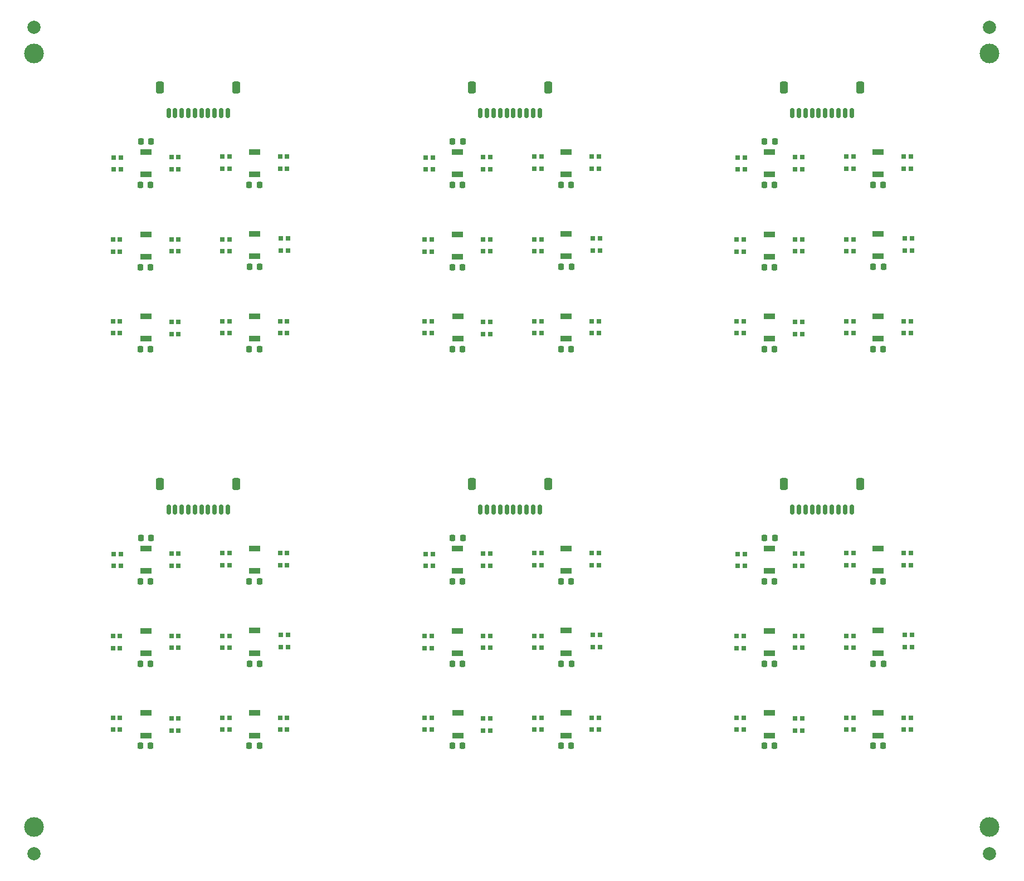
<source format=gtp>
G04 #@! TF.GenerationSoftware,KiCad,Pcbnew,6.0.0-d3dd2cf0fa~116~ubuntu20.04.1*
G04 #@! TF.CreationDate,2023-02-13T12:44:03+00:00*
G04 #@! TF.ProjectId,pixel-pump-ui-board-panel,70697865-6c2d-4707-956d-702d75692d62,rev?*
G04 #@! TF.SameCoordinates,Original*
G04 #@! TF.FileFunction,Paste,Top*
G04 #@! TF.FilePolarity,Positive*
%FSLAX46Y46*%
G04 Gerber Fmt 4.6, Leading zero omitted, Abs format (unit mm)*
G04 Created by KiCad (PCBNEW 6.0.0-d3dd2cf0fa~116~ubuntu20.04.1) date 2023-02-13 12:44:03*
%MOMM*%
%LPD*%
G01*
G04 APERTURE LIST*
G04 Aperture macros list*
%AMRoundRect*
0 Rectangle with rounded corners*
0 $1 Rounding radius*
0 $2 $3 $4 $5 $6 $7 $8 $9 X,Y pos of 4 corners*
0 Add a 4 corners polygon primitive as box body*
4,1,4,$2,$3,$4,$5,$6,$7,$8,$9,$2,$3,0*
0 Add four circle primitives for the rounded corners*
1,1,$1+$1,$2,$3*
1,1,$1+$1,$4,$5*
1,1,$1+$1,$6,$7*
1,1,$1+$1,$8,$9*
0 Add four rect primitives between the rounded corners*
20,1,$1+$1,$2,$3,$4,$5,0*
20,1,$1+$1,$4,$5,$6,$7,0*
20,1,$1+$1,$6,$7,$8,$9,0*
20,1,$1+$1,$8,$9,$2,$3,0*%
G04 Aperture macros list end*
%ADD10RoundRect,0.225000X-0.225000X-0.250000X0.225000X-0.250000X0.225000X0.250000X-0.225000X0.250000X0*%
%ADD11R,0.700000X0.700000*%
%ADD12R,1.700000X0.900000*%
%ADD13C,3.000000*%
%ADD14RoundRect,0.150000X0.150000X0.625000X-0.150000X0.625000X-0.150000X-0.625000X0.150000X-0.625000X0*%
%ADD15RoundRect,0.250000X0.350000X0.650000X-0.350000X0.650000X-0.350000X-0.650000X0.350000X-0.650000X0*%
%ADD16C,2.000000*%
G04 APERTURE END LIST*
D10*
G04 #@! TO.C,C7*
X114985400Y-80629751D03*
X116535400Y-80629751D03*
G04 #@! TD*
D11*
G04 #@! TO.C,U7*
X127377000Y-24470555D03*
X128477000Y-24470555D03*
X128477000Y-22640555D03*
X127377000Y-22640555D03*
G04 #@! TD*
G04 #@! TO.C,U6*
X72230000Y-109916551D03*
X73330000Y-109916551D03*
X73330000Y-108086551D03*
X72230000Y-108086551D03*
G04 #@! TD*
D12*
G04 #@! TO.C,SW1*
X68335000Y-25331755D03*
X68335000Y-21931755D03*
G04 #@! TD*
D10*
G04 #@! TO.C,C6*
X67534600Y-112252751D03*
X69084600Y-112252751D03*
G04 #@! TD*
D13*
G04 #@! TO.C,REF\u002A\u002A*
X4000000Y-7000000D03*
G04 #@! TD*
D10*
G04 #@! TO.C,C6*
X20134600Y-112252751D03*
X21684600Y-112252751D03*
G04 #@! TD*
D11*
G04 #@! TO.C,U10*
X41340000Y-84770551D03*
X42440000Y-84770551D03*
X42440000Y-82940551D03*
X41340000Y-82940551D03*
G04 #@! TD*
D10*
G04 #@! TO.C,C4*
X114934600Y-99781351D03*
X116484600Y-99781351D03*
G04 #@! TD*
D12*
G04 #@! TO.C,SW2*
X20935000Y-37853955D03*
X20935000Y-34453955D03*
G04 #@! TD*
G04 #@! TO.C,SW2*
X20935000Y-98153951D03*
X20935000Y-94753951D03*
G04 #@! TD*
G04 #@! TO.C,SW6*
X37445000Y-37828555D03*
X37445000Y-34428555D03*
G04 #@! TD*
D13*
G04 #@! TO.C,REF\u002A\u002A*
X4000000Y-124599990D03*
G04 #@! TD*
D11*
G04 #@! TO.C,U9*
X32577000Y-49489555D03*
X33677000Y-49489555D03*
X33677000Y-47659555D03*
X32577000Y-47659555D03*
G04 #@! TD*
G04 #@! TO.C,U5*
X119630000Y-37043555D03*
X120730000Y-37043555D03*
X120730000Y-35213555D03*
X119630000Y-35213555D03*
G04 #@! TD*
D12*
G04 #@! TO.C,SW4*
X132245000Y-110650751D03*
X132245000Y-107250751D03*
G04 #@! TD*
D11*
G04 #@! TO.C,U12*
X136140000Y-49489555D03*
X137240000Y-49489555D03*
X137240000Y-47659555D03*
X136140000Y-47659555D03*
G04 #@! TD*
D10*
G04 #@! TO.C,C7*
X20185400Y-80629751D03*
X21735400Y-80629751D03*
G04 #@! TD*
D11*
G04 #@! TO.C,U6*
X24830000Y-109916551D03*
X25930000Y-109916551D03*
X25930000Y-108086551D03*
X24830000Y-108086551D03*
G04 #@! TD*
G04 #@! TO.C,U2*
X110740000Y-37081077D03*
X111840000Y-37081077D03*
X111840000Y-35251077D03*
X110740000Y-35251077D03*
G04 #@! TD*
D12*
G04 #@! TO.C,SW4*
X37445000Y-50350755D03*
X37445000Y-46950755D03*
G04 #@! TD*
G04 #@! TO.C,SW6*
X37445000Y-98128551D03*
X37445000Y-94728551D03*
G04 #@! TD*
G04 #@! TO.C,SW5*
X37445000Y-25357155D03*
X37445000Y-21957155D03*
G04 #@! TD*
D10*
G04 #@! TO.C,C7*
X114985400Y-20329755D03*
X116535400Y-20329755D03*
G04 #@! TD*
G04 #@! TO.C,C3*
X36670000Y-87259151D03*
X38220000Y-87259151D03*
G04 #@! TD*
D11*
G04 #@! TO.C,U8*
X32577000Y-97343551D03*
X33677000Y-97343551D03*
X33677000Y-95513551D03*
X32577000Y-95513551D03*
G04 #@! TD*
G04 #@! TO.C,U8*
X127377000Y-37043555D03*
X128477000Y-37043555D03*
X128477000Y-35213555D03*
X127377000Y-35213555D03*
G04 #@! TD*
G04 #@! TO.C,U12*
X41340000Y-49489555D03*
X42440000Y-49489555D03*
X42440000Y-47659555D03*
X41340000Y-47659555D03*
G04 #@! TD*
D10*
G04 #@! TO.C,C3*
X131470000Y-87259151D03*
X133020000Y-87259151D03*
G04 #@! TD*
D11*
G04 #@! TO.C,U9*
X127377000Y-109789551D03*
X128477000Y-109789551D03*
X128477000Y-107959551D03*
X127377000Y-107959551D03*
G04 #@! TD*
D10*
G04 #@! TO.C,C1*
X131495400Y-39430555D03*
X133045400Y-39430555D03*
G04 #@! TD*
D12*
G04 #@! TO.C,SW6*
X84845000Y-37828555D03*
X84845000Y-34428555D03*
G04 #@! TD*
D11*
G04 #@! TO.C,U9*
X79977000Y-49489555D03*
X81077000Y-49489555D03*
X81077000Y-47659555D03*
X79977000Y-47659555D03*
G04 #@! TD*
D10*
G04 #@! TO.C,C5*
X36670000Y-112252751D03*
X38220000Y-112252751D03*
G04 #@! TD*
D11*
G04 #@! TO.C,U5*
X24830000Y-97343551D03*
X25930000Y-97343551D03*
X25930000Y-95513551D03*
X24830000Y-95513551D03*
G04 #@! TD*
D10*
G04 #@! TO.C,C2*
X67534600Y-87233751D03*
X69084600Y-87233751D03*
G04 #@! TD*
D14*
G04 #@! TO.C,J1*
X128210600Y-16030555D03*
X127210600Y-16030555D03*
X126210600Y-16030555D03*
X125210600Y-16030555D03*
X124210600Y-16030555D03*
X123210600Y-16030555D03*
X122210600Y-16030555D03*
X121210600Y-16030555D03*
X120210600Y-16030555D03*
X119210600Y-16030555D03*
D15*
X129510600Y-12155555D03*
X117910600Y-12155555D03*
G04 #@! TD*
D11*
G04 #@! TO.C,U5*
X24830000Y-37043555D03*
X25930000Y-37043555D03*
X25930000Y-35213555D03*
X24830000Y-35213555D03*
G04 #@! TD*
G04 #@! TO.C,U1*
X63467000Y-84897551D03*
X64567000Y-84897551D03*
X64567000Y-83067551D03*
X63467000Y-83067551D03*
G04 #@! TD*
D10*
G04 #@! TO.C,C6*
X114934600Y-51952755D03*
X116484600Y-51952755D03*
G04 #@! TD*
D12*
G04 #@! TO.C,SW1*
X20935000Y-25331755D03*
X20935000Y-21931755D03*
G04 #@! TD*
D11*
G04 #@! TO.C,U1*
X110867000Y-24597555D03*
X111967000Y-24597555D03*
X111967000Y-22767555D03*
X110867000Y-22767555D03*
G04 #@! TD*
G04 #@! TO.C,U3*
X63340000Y-109789551D03*
X64440000Y-109789551D03*
X64440000Y-107959551D03*
X63340000Y-107959551D03*
G04 #@! TD*
G04 #@! TO.C,U3*
X110740000Y-109789551D03*
X111840000Y-109789551D03*
X111840000Y-107959551D03*
X110740000Y-107959551D03*
G04 #@! TD*
D12*
G04 #@! TO.C,SW2*
X68335000Y-98153951D03*
X68335000Y-94753951D03*
G04 #@! TD*
G04 #@! TO.C,SW2*
X115735000Y-98153951D03*
X115735000Y-94753951D03*
G04 #@! TD*
D10*
G04 #@! TO.C,C5*
X36670000Y-51952755D03*
X38220000Y-51952755D03*
G04 #@! TD*
G04 #@! TO.C,C3*
X84070000Y-26959155D03*
X85620000Y-26959155D03*
G04 #@! TD*
D11*
G04 #@! TO.C,U10*
X88740000Y-84770551D03*
X89840000Y-84770551D03*
X89840000Y-82940551D03*
X88740000Y-82940551D03*
G04 #@! TD*
D10*
G04 #@! TO.C,C5*
X131470000Y-51952755D03*
X133020000Y-51952755D03*
G04 #@! TD*
D11*
G04 #@! TO.C,U4*
X119630000Y-84860029D03*
X120730000Y-84860029D03*
X120730000Y-83030029D03*
X119630000Y-83030029D03*
G04 #@! TD*
G04 #@! TO.C,U6*
X24830000Y-49616555D03*
X25930000Y-49616555D03*
X25930000Y-47786555D03*
X24830000Y-47786555D03*
G04 #@! TD*
D14*
G04 #@! TO.C,J1*
X128210600Y-76330551D03*
X127210600Y-76330551D03*
X126210600Y-76330551D03*
X125210600Y-76330551D03*
X124210600Y-76330551D03*
X123210600Y-76330551D03*
X122210600Y-76330551D03*
X121210600Y-76330551D03*
X120210600Y-76330551D03*
X119210600Y-76330551D03*
D15*
X117910600Y-72455551D03*
X129510600Y-72455551D03*
G04 #@! TD*
D10*
G04 #@! TO.C,C4*
X20134600Y-99781351D03*
X21684600Y-99781351D03*
G04 #@! TD*
G04 #@! TO.C,C4*
X67534600Y-39481355D03*
X69084600Y-39481355D03*
G04 #@! TD*
D11*
G04 #@! TO.C,U6*
X72230000Y-49616555D03*
X73330000Y-49616555D03*
X73330000Y-47786555D03*
X72230000Y-47786555D03*
G04 #@! TD*
G04 #@! TO.C,U10*
X88740000Y-24470555D03*
X89840000Y-24470555D03*
X89840000Y-22640555D03*
X88740000Y-22640555D03*
G04 #@! TD*
G04 #@! TO.C,U8*
X79977000Y-37043555D03*
X81077000Y-37043555D03*
X81077000Y-35213555D03*
X79977000Y-35213555D03*
G04 #@! TD*
D12*
G04 #@! TO.C,SW2*
X68335000Y-37853955D03*
X68335000Y-34453955D03*
G04 #@! TD*
G04 #@! TO.C,SW5*
X132245000Y-25357155D03*
X132245000Y-21957155D03*
G04 #@! TD*
D11*
G04 #@! TO.C,U12*
X136140000Y-109789551D03*
X137240000Y-109789551D03*
X137240000Y-107959551D03*
X136140000Y-107959551D03*
G04 #@! TD*
D10*
G04 #@! TO.C,C7*
X20185400Y-20329755D03*
X21735400Y-20329755D03*
G04 #@! TD*
D11*
G04 #@! TO.C,U6*
X119630000Y-49616555D03*
X120730000Y-49616555D03*
X120730000Y-47786555D03*
X119630000Y-47786555D03*
G04 #@! TD*
G04 #@! TO.C,U1*
X16067000Y-24597555D03*
X17167000Y-24597555D03*
X17167000Y-22767555D03*
X16067000Y-22767555D03*
G04 #@! TD*
G04 #@! TO.C,U3*
X110740000Y-49489555D03*
X111840000Y-49489555D03*
X111840000Y-47659555D03*
X110740000Y-47659555D03*
G04 #@! TD*
G04 #@! TO.C,U11*
X41467000Y-36916555D03*
X42567000Y-36916555D03*
X42567000Y-35086555D03*
X41467000Y-35086555D03*
G04 #@! TD*
D13*
G04 #@! TO.C,REF\u002A\u002A*
X149200000Y-7000000D03*
G04 #@! TD*
D11*
G04 #@! TO.C,U2*
X63340000Y-97381073D03*
X64440000Y-97381073D03*
X64440000Y-95551073D03*
X63340000Y-95551073D03*
G04 #@! TD*
D10*
G04 #@! TO.C,C6*
X20134600Y-51952755D03*
X21684600Y-51952755D03*
G04 #@! TD*
D11*
G04 #@! TO.C,U3*
X15940000Y-109789551D03*
X17040000Y-109789551D03*
X17040000Y-107959551D03*
X15940000Y-107959551D03*
G04 #@! TD*
G04 #@! TO.C,U10*
X136140000Y-24470555D03*
X137240000Y-24470555D03*
X137240000Y-22640555D03*
X136140000Y-22640555D03*
G04 #@! TD*
G04 #@! TO.C,U1*
X110867000Y-84897551D03*
X111967000Y-84897551D03*
X111967000Y-83067551D03*
X110867000Y-83067551D03*
G04 #@! TD*
G04 #@! TO.C,U10*
X136140000Y-84770551D03*
X137240000Y-84770551D03*
X137240000Y-82940551D03*
X136140000Y-82940551D03*
G04 #@! TD*
D10*
G04 #@! TO.C,C4*
X114934600Y-39481355D03*
X116484600Y-39481355D03*
G04 #@! TD*
D11*
G04 #@! TO.C,U1*
X63467000Y-24597555D03*
X64567000Y-24597555D03*
X64567000Y-22767555D03*
X63467000Y-22767555D03*
G04 #@! TD*
G04 #@! TO.C,U8*
X79977000Y-97343551D03*
X81077000Y-97343551D03*
X81077000Y-95513551D03*
X79977000Y-95513551D03*
G04 #@! TD*
G04 #@! TO.C,U7*
X79977000Y-24470555D03*
X81077000Y-24470555D03*
X81077000Y-22640555D03*
X79977000Y-22640555D03*
G04 #@! TD*
D10*
G04 #@! TO.C,C1*
X36695400Y-99730551D03*
X38245400Y-99730551D03*
G04 #@! TD*
D12*
G04 #@! TO.C,SW5*
X37445000Y-85657151D03*
X37445000Y-82257151D03*
G04 #@! TD*
D11*
G04 #@! TO.C,U1*
X16067000Y-84897551D03*
X17167000Y-84897551D03*
X17167000Y-83067551D03*
X16067000Y-83067551D03*
G04 #@! TD*
D12*
G04 #@! TO.C,SW1*
X68335000Y-85631751D03*
X68335000Y-82231751D03*
G04 #@! TD*
D14*
G04 #@! TO.C,J1*
X33410600Y-16030555D03*
X32410600Y-16030555D03*
X31410600Y-16030555D03*
X30410600Y-16030555D03*
X29410600Y-16030555D03*
X28410600Y-16030555D03*
X27410600Y-16030555D03*
X26410600Y-16030555D03*
X25410600Y-16030555D03*
X24410600Y-16030555D03*
D15*
X23110600Y-12155555D03*
X34710600Y-12155555D03*
G04 #@! TD*
D10*
G04 #@! TO.C,C6*
X67534600Y-51952755D03*
X69084600Y-51952755D03*
G04 #@! TD*
D11*
G04 #@! TO.C,U7*
X79977000Y-84770551D03*
X81077000Y-84770551D03*
X81077000Y-82940551D03*
X79977000Y-82940551D03*
G04 #@! TD*
D10*
G04 #@! TO.C,C7*
X67585400Y-20329755D03*
X69135400Y-20329755D03*
G04 #@! TD*
D11*
G04 #@! TO.C,U5*
X119630000Y-97343551D03*
X120730000Y-97343551D03*
X120730000Y-95513551D03*
X119630000Y-95513551D03*
G04 #@! TD*
D12*
G04 #@! TO.C,SW6*
X84845000Y-98128551D03*
X84845000Y-94728551D03*
G04 #@! TD*
D10*
G04 #@! TO.C,C6*
X114934600Y-112252751D03*
X116484600Y-112252751D03*
G04 #@! TD*
D11*
G04 #@! TO.C,U12*
X88740000Y-109789551D03*
X89840000Y-109789551D03*
X89840000Y-107959551D03*
X88740000Y-107959551D03*
G04 #@! TD*
G04 #@! TO.C,U9*
X79977000Y-109789551D03*
X81077000Y-109789551D03*
X81077000Y-107959551D03*
X79977000Y-107959551D03*
G04 #@! TD*
G04 #@! TO.C,U5*
X72230000Y-37043555D03*
X73330000Y-37043555D03*
X73330000Y-35213555D03*
X72230000Y-35213555D03*
G04 #@! TD*
G04 #@! TO.C,U8*
X127377000Y-97343551D03*
X128477000Y-97343551D03*
X128477000Y-95513551D03*
X127377000Y-95513551D03*
G04 #@! TD*
G04 #@! TO.C,U4*
X119630000Y-24560033D03*
X120730000Y-24560033D03*
X120730000Y-22730033D03*
X119630000Y-22730033D03*
G04 #@! TD*
D10*
G04 #@! TO.C,C3*
X131470000Y-26959155D03*
X133020000Y-26959155D03*
G04 #@! TD*
G04 #@! TO.C,C3*
X84070000Y-87259151D03*
X85620000Y-87259151D03*
G04 #@! TD*
D12*
G04 #@! TO.C,SW4*
X84845000Y-110650751D03*
X84845000Y-107250751D03*
G04 #@! TD*
G04 #@! TO.C,SW3*
X68360400Y-50350755D03*
X68360400Y-46950755D03*
G04 #@! TD*
D10*
G04 #@! TO.C,C1*
X36695400Y-39430555D03*
X38245400Y-39430555D03*
G04 #@! TD*
D11*
G04 #@! TO.C,U2*
X15940000Y-97381073D03*
X17040000Y-97381073D03*
X17040000Y-95551073D03*
X15940000Y-95551073D03*
G04 #@! TD*
G04 #@! TO.C,U4*
X24830000Y-84860029D03*
X25930000Y-84860029D03*
X25930000Y-83030029D03*
X24830000Y-83030029D03*
G04 #@! TD*
G04 #@! TO.C,U11*
X41467000Y-97216551D03*
X42567000Y-97216551D03*
X42567000Y-95386551D03*
X41467000Y-95386551D03*
G04 #@! TD*
G04 #@! TO.C,U6*
X119630000Y-109916551D03*
X120730000Y-109916551D03*
X120730000Y-108086551D03*
X119630000Y-108086551D03*
G04 #@! TD*
D12*
G04 #@! TO.C,SW5*
X84845000Y-25357155D03*
X84845000Y-21957155D03*
G04 #@! TD*
D11*
G04 #@! TO.C,U7*
X32577000Y-84770551D03*
X33677000Y-84770551D03*
X33677000Y-82940551D03*
X32577000Y-82940551D03*
G04 #@! TD*
D10*
G04 #@! TO.C,C1*
X84095400Y-99730551D03*
X85645400Y-99730551D03*
G04 #@! TD*
D12*
G04 #@! TO.C,SW3*
X20960400Y-110650751D03*
X20960400Y-107250751D03*
G04 #@! TD*
D11*
G04 #@! TO.C,U2*
X15940000Y-37081077D03*
X17040000Y-37081077D03*
X17040000Y-35251077D03*
X15940000Y-35251077D03*
G04 #@! TD*
G04 #@! TO.C,U2*
X63340000Y-37081077D03*
X64440000Y-37081077D03*
X64440000Y-35251077D03*
X63340000Y-35251077D03*
G04 #@! TD*
D12*
G04 #@! TO.C,SW1*
X115735000Y-85631751D03*
X115735000Y-82231751D03*
G04 #@! TD*
D16*
G04 #@! TO.C,REF\u002A\u002A*
X149200000Y-128599990D03*
G04 #@! TD*
D11*
G04 #@! TO.C,U4*
X24830000Y-24560033D03*
X25930000Y-24560033D03*
X25930000Y-22730033D03*
X24830000Y-22730033D03*
G04 #@! TD*
G04 #@! TO.C,U11*
X88867000Y-36916555D03*
X89967000Y-36916555D03*
X89967000Y-35086555D03*
X88867000Y-35086555D03*
G04 #@! TD*
G04 #@! TO.C,U9*
X32577000Y-109789551D03*
X33677000Y-109789551D03*
X33677000Y-107959551D03*
X32577000Y-107959551D03*
G04 #@! TD*
D12*
G04 #@! TO.C,SW3*
X115760400Y-50350755D03*
X115760400Y-46950755D03*
G04 #@! TD*
D11*
G04 #@! TO.C,U9*
X127377000Y-49489555D03*
X128477000Y-49489555D03*
X128477000Y-47659555D03*
X127377000Y-47659555D03*
G04 #@! TD*
G04 #@! TO.C,U3*
X63340000Y-49489555D03*
X64440000Y-49489555D03*
X64440000Y-47659555D03*
X63340000Y-47659555D03*
G04 #@! TD*
D12*
G04 #@! TO.C,SW2*
X115735000Y-37853955D03*
X115735000Y-34453955D03*
G04 #@! TD*
D10*
G04 #@! TO.C,C5*
X84070000Y-112252751D03*
X85620000Y-112252751D03*
G04 #@! TD*
G04 #@! TO.C,C2*
X20134600Y-87233751D03*
X21684600Y-87233751D03*
G04 #@! TD*
D11*
G04 #@! TO.C,U3*
X15940000Y-49489555D03*
X17040000Y-49489555D03*
X17040000Y-47659555D03*
X15940000Y-47659555D03*
G04 #@! TD*
D10*
G04 #@! TO.C,C5*
X131470000Y-112252751D03*
X133020000Y-112252751D03*
G04 #@! TD*
G04 #@! TO.C,C2*
X67534600Y-26933755D03*
X69084600Y-26933755D03*
G04 #@! TD*
D12*
G04 #@! TO.C,SW3*
X68360400Y-110650751D03*
X68360400Y-107250751D03*
G04 #@! TD*
D11*
G04 #@! TO.C,U4*
X72230000Y-24560033D03*
X73330000Y-24560033D03*
X73330000Y-22730033D03*
X72230000Y-22730033D03*
G04 #@! TD*
G04 #@! TO.C,U8*
X32577000Y-37043555D03*
X33677000Y-37043555D03*
X33677000Y-35213555D03*
X32577000Y-35213555D03*
G04 #@! TD*
D14*
G04 #@! TO.C,J1*
X80810600Y-76330551D03*
X79810600Y-76330551D03*
X78810600Y-76330551D03*
X77810600Y-76330551D03*
X76810600Y-76330551D03*
X75810600Y-76330551D03*
X74810600Y-76330551D03*
X73810600Y-76330551D03*
X72810600Y-76330551D03*
X71810600Y-76330551D03*
D15*
X70510600Y-72455551D03*
X82110600Y-72455551D03*
G04 #@! TD*
D10*
G04 #@! TO.C,C1*
X84095400Y-39430555D03*
X85645400Y-39430555D03*
G04 #@! TD*
G04 #@! TO.C,C1*
X131495400Y-99730551D03*
X133045400Y-99730551D03*
G04 #@! TD*
D11*
G04 #@! TO.C,U2*
X110740000Y-97381073D03*
X111840000Y-97381073D03*
X111840000Y-95551073D03*
X110740000Y-95551073D03*
G04 #@! TD*
G04 #@! TO.C,U11*
X136267000Y-97216551D03*
X137367000Y-97216551D03*
X137367000Y-95386551D03*
X136267000Y-95386551D03*
G04 #@! TD*
D14*
G04 #@! TO.C,J1*
X33410600Y-76330551D03*
X32410600Y-76330551D03*
X31410600Y-76330551D03*
X30410600Y-76330551D03*
X29410600Y-76330551D03*
X28410600Y-76330551D03*
X27410600Y-76330551D03*
X26410600Y-76330551D03*
X25410600Y-76330551D03*
X24410600Y-76330551D03*
D15*
X34710600Y-72455551D03*
X23110600Y-72455551D03*
G04 #@! TD*
D10*
G04 #@! TO.C,C2*
X114934600Y-87233751D03*
X116484600Y-87233751D03*
G04 #@! TD*
D12*
G04 #@! TO.C,SW1*
X115735000Y-25331755D03*
X115735000Y-21931755D03*
G04 #@! TD*
D10*
G04 #@! TO.C,C2*
X114934600Y-26933755D03*
X116484600Y-26933755D03*
G04 #@! TD*
D12*
G04 #@! TO.C,SW6*
X132245000Y-98128551D03*
X132245000Y-94728551D03*
G04 #@! TD*
D16*
G04 #@! TO.C,REF\u002A\u002A*
X149200000Y-3000000D03*
G04 #@! TD*
D11*
G04 #@! TO.C,U7*
X127377000Y-84770551D03*
X128477000Y-84770551D03*
X128477000Y-82940551D03*
X127377000Y-82940551D03*
G04 #@! TD*
G04 #@! TO.C,U5*
X72230000Y-97343551D03*
X73330000Y-97343551D03*
X73330000Y-95513551D03*
X72230000Y-95513551D03*
G04 #@! TD*
D12*
G04 #@! TO.C,SW3*
X20960400Y-50350755D03*
X20960400Y-46950755D03*
G04 #@! TD*
G04 #@! TO.C,SW4*
X84845000Y-50350755D03*
X84845000Y-46950755D03*
G04 #@! TD*
D14*
G04 #@! TO.C,J1*
X80810600Y-16030555D03*
X79810600Y-16030555D03*
X78810600Y-16030555D03*
X77810600Y-16030555D03*
X76810600Y-16030555D03*
X75810600Y-16030555D03*
X74810600Y-16030555D03*
X73810600Y-16030555D03*
X72810600Y-16030555D03*
X71810600Y-16030555D03*
D15*
X70510600Y-12155555D03*
X82110600Y-12155555D03*
G04 #@! TD*
D10*
G04 #@! TO.C,C7*
X67585400Y-80629751D03*
X69135400Y-80629751D03*
G04 #@! TD*
D12*
G04 #@! TO.C,SW6*
X132245000Y-37828555D03*
X132245000Y-34428555D03*
G04 #@! TD*
D11*
G04 #@! TO.C,U4*
X72230000Y-84860029D03*
X73330000Y-84860029D03*
X73330000Y-83030029D03*
X72230000Y-83030029D03*
G04 #@! TD*
G04 #@! TO.C,U12*
X41340000Y-109789551D03*
X42440000Y-109789551D03*
X42440000Y-107959551D03*
X41340000Y-107959551D03*
G04 #@! TD*
G04 #@! TO.C,U11*
X136267000Y-36916555D03*
X137367000Y-36916555D03*
X137367000Y-35086555D03*
X136267000Y-35086555D03*
G04 #@! TD*
D12*
G04 #@! TO.C,SW1*
X20935000Y-85631751D03*
X20935000Y-82231751D03*
G04 #@! TD*
G04 #@! TO.C,SW5*
X84845000Y-85657151D03*
X84845000Y-82257151D03*
G04 #@! TD*
D16*
G04 #@! TO.C,REF\u002A\u002A*
X4000000Y-128599990D03*
G04 #@! TD*
D11*
G04 #@! TO.C,U11*
X88867000Y-97216551D03*
X89967000Y-97216551D03*
X89967000Y-95386551D03*
X88867000Y-95386551D03*
G04 #@! TD*
D16*
G04 #@! TO.C,REF\u002A\u002A*
X4000000Y-3000000D03*
G04 #@! TD*
D11*
G04 #@! TO.C,U12*
X88740000Y-49489555D03*
X89840000Y-49489555D03*
X89840000Y-47659555D03*
X88740000Y-47659555D03*
G04 #@! TD*
D10*
G04 #@! TO.C,C4*
X67534600Y-99781351D03*
X69084600Y-99781351D03*
G04 #@! TD*
G04 #@! TO.C,C4*
X20134600Y-39481355D03*
X21684600Y-39481355D03*
G04 #@! TD*
D12*
G04 #@! TO.C,SW4*
X132245000Y-50350755D03*
X132245000Y-46950755D03*
G04 #@! TD*
D10*
G04 #@! TO.C,C2*
X20134600Y-26933755D03*
X21684600Y-26933755D03*
G04 #@! TD*
D12*
G04 #@! TO.C,SW3*
X115760400Y-110650751D03*
X115760400Y-107250751D03*
G04 #@! TD*
D10*
G04 #@! TO.C,C5*
X84070000Y-51952755D03*
X85620000Y-51952755D03*
G04 #@! TD*
G04 #@! TO.C,C3*
X36670000Y-26959155D03*
X38220000Y-26959155D03*
G04 #@! TD*
D12*
G04 #@! TO.C,SW5*
X132245000Y-85657151D03*
X132245000Y-82257151D03*
G04 #@! TD*
G04 #@! TO.C,SW4*
X37445000Y-110650751D03*
X37445000Y-107250751D03*
G04 #@! TD*
D13*
G04 #@! TO.C,REF\u002A\u002A*
X149200000Y-124599990D03*
G04 #@! TD*
D11*
G04 #@! TO.C,U10*
X41340000Y-24470555D03*
X42440000Y-24470555D03*
X42440000Y-22640555D03*
X41340000Y-22640555D03*
G04 #@! TD*
G04 #@! TO.C,U7*
X32577000Y-24470555D03*
X33677000Y-24470555D03*
X33677000Y-22640555D03*
X32577000Y-22640555D03*
G04 #@! TD*
M02*

</source>
